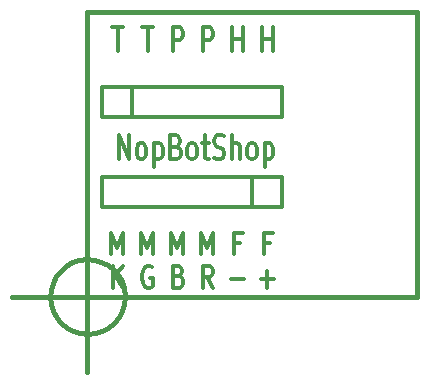
<source format=gto>
G04 (created by PCBNEW-RS274X (2012-01-19 BZR 3256)-stable) date 07/08/2012 22:35:22*
G01*
G70*
G90*
%MOIN*%
G04 Gerber Fmt 3.4, Leading zero omitted, Abs format*
%FSLAX34Y34*%
G04 APERTURE LIST*
%ADD10C,0.006000*%
%ADD11C,0.015000*%
%ADD12C,0.012000*%
G04 APERTURE END LIST*
G54D10*
G54D11*
X31250Y-24500D02*
X31226Y-24742D01*
X31155Y-24976D01*
X31041Y-25191D01*
X30886Y-25380D01*
X30698Y-25536D01*
X30484Y-25652D01*
X30251Y-25724D01*
X30008Y-25749D01*
X29766Y-25727D01*
X29532Y-25658D01*
X29316Y-25545D01*
X29126Y-25393D01*
X28969Y-25206D01*
X28852Y-24992D01*
X28778Y-24759D01*
X28751Y-24517D01*
X28771Y-24275D01*
X28838Y-24040D01*
X28950Y-23823D01*
X29101Y-23632D01*
X29287Y-23474D01*
X29500Y-23355D01*
X29732Y-23280D01*
X29974Y-23251D01*
X30217Y-23269D01*
X30452Y-23335D01*
X30669Y-23445D01*
X30862Y-23595D01*
X31021Y-23780D01*
X31141Y-23992D01*
X31218Y-24224D01*
X31249Y-24466D01*
X31250Y-24500D01*
X27500Y-24500D02*
X32500Y-24500D01*
X30000Y-22000D02*
X30000Y-27000D01*
X30000Y-15000D02*
X40000Y-15000D01*
X40000Y-15000D02*
X41000Y-15000D01*
X41000Y-15000D02*
X41000Y-24500D01*
G54D12*
X31043Y-19924D02*
X31043Y-19124D01*
X31386Y-19924D01*
X31386Y-19124D01*
X31758Y-19924D02*
X31700Y-19886D01*
X31672Y-19848D01*
X31643Y-19771D01*
X31643Y-19543D01*
X31672Y-19467D01*
X31700Y-19429D01*
X31758Y-19390D01*
X31843Y-19390D01*
X31900Y-19429D01*
X31929Y-19467D01*
X31958Y-19543D01*
X31958Y-19771D01*
X31929Y-19848D01*
X31900Y-19886D01*
X31843Y-19924D01*
X31758Y-19924D01*
X32215Y-19390D02*
X32215Y-20190D01*
X32215Y-19429D02*
X32272Y-19390D01*
X32386Y-19390D01*
X32443Y-19429D01*
X32472Y-19467D01*
X32501Y-19543D01*
X32501Y-19771D01*
X32472Y-19848D01*
X32443Y-19886D01*
X32386Y-19924D01*
X32272Y-19924D01*
X32215Y-19886D01*
X32958Y-19505D02*
X33044Y-19543D01*
X33072Y-19581D01*
X33101Y-19657D01*
X33101Y-19771D01*
X33072Y-19848D01*
X33044Y-19886D01*
X32986Y-19924D01*
X32758Y-19924D01*
X32758Y-19124D01*
X32958Y-19124D01*
X33015Y-19162D01*
X33044Y-19200D01*
X33072Y-19276D01*
X33072Y-19352D01*
X33044Y-19429D01*
X33015Y-19467D01*
X32958Y-19505D01*
X32758Y-19505D01*
X33444Y-19924D02*
X33386Y-19886D01*
X33358Y-19848D01*
X33329Y-19771D01*
X33329Y-19543D01*
X33358Y-19467D01*
X33386Y-19429D01*
X33444Y-19390D01*
X33529Y-19390D01*
X33586Y-19429D01*
X33615Y-19467D01*
X33644Y-19543D01*
X33644Y-19771D01*
X33615Y-19848D01*
X33586Y-19886D01*
X33529Y-19924D01*
X33444Y-19924D01*
X33815Y-19390D02*
X34044Y-19390D01*
X33901Y-19124D02*
X33901Y-19810D01*
X33929Y-19886D01*
X33987Y-19924D01*
X34044Y-19924D01*
X34215Y-19886D02*
X34301Y-19924D01*
X34444Y-19924D01*
X34501Y-19886D01*
X34530Y-19848D01*
X34558Y-19771D01*
X34558Y-19695D01*
X34530Y-19619D01*
X34501Y-19581D01*
X34444Y-19543D01*
X34330Y-19505D01*
X34272Y-19467D01*
X34244Y-19429D01*
X34215Y-19352D01*
X34215Y-19276D01*
X34244Y-19200D01*
X34272Y-19162D01*
X34330Y-19124D01*
X34472Y-19124D01*
X34558Y-19162D01*
X34815Y-19924D02*
X34815Y-19124D01*
X35072Y-19924D02*
X35072Y-19505D01*
X35043Y-19429D01*
X34986Y-19390D01*
X34901Y-19390D01*
X34843Y-19429D01*
X34815Y-19467D01*
X35444Y-19924D02*
X35386Y-19886D01*
X35358Y-19848D01*
X35329Y-19771D01*
X35329Y-19543D01*
X35358Y-19467D01*
X35386Y-19429D01*
X35444Y-19390D01*
X35529Y-19390D01*
X35586Y-19429D01*
X35615Y-19467D01*
X35644Y-19543D01*
X35644Y-19771D01*
X35615Y-19848D01*
X35586Y-19886D01*
X35529Y-19924D01*
X35444Y-19924D01*
X35901Y-19390D02*
X35901Y-20190D01*
X35901Y-19429D02*
X35958Y-19390D01*
X36072Y-19390D01*
X36129Y-19429D01*
X36158Y-19467D01*
X36187Y-19543D01*
X36187Y-19771D01*
X36158Y-19848D01*
X36129Y-19886D01*
X36072Y-19924D01*
X35958Y-19924D01*
X35901Y-19886D01*
G54D11*
X41000Y-24500D02*
X40000Y-24500D01*
G54D12*
X36086Y-22715D02*
X35886Y-22715D01*
X35886Y-23086D02*
X35886Y-22377D01*
X36172Y-22377D01*
X35772Y-23928D02*
X36229Y-23928D01*
X36000Y-24198D02*
X36000Y-23658D01*
X35086Y-22715D02*
X34886Y-22715D01*
X34886Y-23086D02*
X34886Y-22377D01*
X35172Y-22377D01*
X34772Y-23928D02*
X35229Y-23928D01*
X33800Y-23086D02*
X33800Y-22377D01*
X34000Y-22884D01*
X34200Y-22377D01*
X34200Y-23086D01*
X34186Y-24198D02*
X33986Y-23861D01*
X33843Y-24198D02*
X33843Y-23489D01*
X34071Y-23489D01*
X34129Y-23523D01*
X34157Y-23557D01*
X34186Y-23625D01*
X34186Y-23726D01*
X34157Y-23793D01*
X34129Y-23827D01*
X34071Y-23861D01*
X33843Y-23861D01*
X32800Y-23086D02*
X32800Y-22377D01*
X33000Y-22884D01*
X33200Y-22377D01*
X33200Y-23086D01*
X33043Y-23827D02*
X33129Y-23861D01*
X33157Y-23895D01*
X33186Y-23962D01*
X33186Y-24063D01*
X33157Y-24131D01*
X33129Y-24165D01*
X33071Y-24198D01*
X32843Y-24198D01*
X32843Y-23489D01*
X33043Y-23489D01*
X33100Y-23523D01*
X33129Y-23557D01*
X33157Y-23625D01*
X33157Y-23692D01*
X33129Y-23760D01*
X33100Y-23793D01*
X33043Y-23827D01*
X32843Y-23827D01*
X31800Y-23086D02*
X31800Y-22377D01*
X32000Y-22884D01*
X32200Y-22377D01*
X32200Y-23086D01*
X32157Y-23523D02*
X32100Y-23489D01*
X32014Y-23489D01*
X31929Y-23523D01*
X31871Y-23591D01*
X31843Y-23658D01*
X31814Y-23793D01*
X31814Y-23895D01*
X31843Y-24030D01*
X31871Y-24097D01*
X31929Y-24165D01*
X32014Y-24198D01*
X32071Y-24198D01*
X32157Y-24165D01*
X32186Y-24131D01*
X32186Y-23895D01*
X32071Y-23895D01*
X30800Y-23086D02*
X30800Y-22377D01*
X31000Y-22884D01*
X31200Y-22377D01*
X31200Y-23086D01*
X30843Y-24198D02*
X30843Y-23489D01*
X31186Y-24198D02*
X30929Y-23793D01*
X31186Y-23489D02*
X30843Y-23895D01*
X35829Y-16324D02*
X35829Y-15524D01*
X35829Y-15905D02*
X36172Y-15905D01*
X36172Y-16324D02*
X36172Y-15524D01*
X34829Y-16324D02*
X34829Y-15524D01*
X34829Y-15905D02*
X35172Y-15905D01*
X35172Y-16324D02*
X35172Y-15524D01*
X33843Y-16324D02*
X33843Y-15524D01*
X34071Y-15524D01*
X34129Y-15562D01*
X34157Y-15600D01*
X34186Y-15676D01*
X34186Y-15790D01*
X34157Y-15867D01*
X34129Y-15905D01*
X34071Y-15943D01*
X33843Y-15943D01*
X32843Y-16324D02*
X32843Y-15524D01*
X33071Y-15524D01*
X33129Y-15562D01*
X33157Y-15600D01*
X33186Y-15676D01*
X33186Y-15790D01*
X33157Y-15867D01*
X33129Y-15905D01*
X33071Y-15943D01*
X32843Y-15943D01*
X31829Y-15524D02*
X32172Y-15524D01*
X32001Y-16324D02*
X32001Y-15524D01*
X30829Y-15524D02*
X31172Y-15524D01*
X31001Y-16324D02*
X31001Y-15524D01*
G54D11*
X30000Y-24500D02*
X30000Y-15000D01*
X40000Y-24500D02*
X30000Y-24500D01*
G54D12*
X36500Y-20500D02*
X36500Y-21500D01*
X36500Y-21500D02*
X30500Y-21500D01*
X30500Y-21500D02*
X30500Y-20500D01*
X30500Y-20500D02*
X36500Y-20500D01*
X35500Y-20500D02*
X35500Y-21500D01*
X30500Y-18500D02*
X30500Y-17500D01*
X30500Y-17500D02*
X36500Y-17500D01*
X36500Y-17500D02*
X36500Y-18500D01*
X36500Y-18500D02*
X30500Y-18500D01*
X31500Y-18500D02*
X31500Y-17500D01*
M02*

</source>
